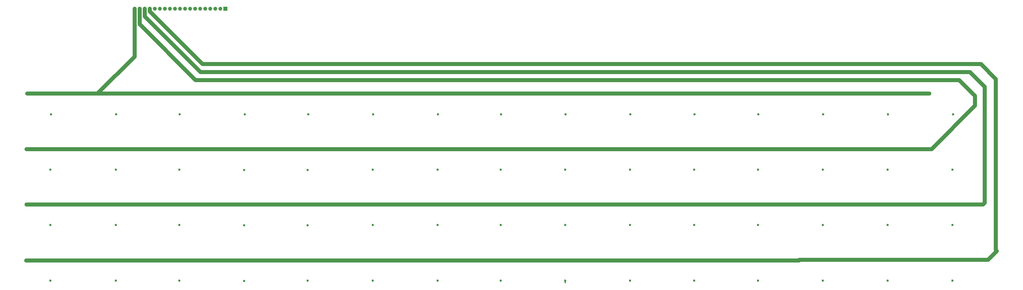
<source format=gbr>
%TF.GenerationSoftware,KiCad,Pcbnew,9.0.1*%
%TF.CreationDate,2025-06-21T12:16:08-05:00*%
%TF.ProjectId,OM-FlexGrid-Flex,4f4d2d46-6c65-4784-9772-69642d466c65,rev?*%
%TF.SameCoordinates,Original*%
%TF.FileFunction,Copper,L2,Bot*%
%TF.FilePolarity,Positive*%
%FSLAX46Y46*%
G04 Gerber Fmt 4.6, Leading zero omitted, Abs format (unit mm)*
G04 Created by KiCad (PCBNEW 9.0.1) date 2025-06-21 12:16:08*
%MOMM*%
%LPD*%
G01*
G04 APERTURE LIST*
%TA.AperFunction,ComponentPad*%
%ADD10R,1.000000X1.000000*%
%TD*%
%TA.AperFunction,ComponentPad*%
%ADD11C,1.000000*%
%TD*%
%TA.AperFunction,ViaPad*%
%ADD12C,0.600000*%
%TD*%
%TA.AperFunction,Conductor*%
%ADD13C,0.300000*%
%TD*%
%TA.AperFunction,Conductor*%
%ADD14C,1.000000*%
%TD*%
G04 APERTURE END LIST*
D10*
%TO.P,J1,1,Pin_1*%
%TO.N,COL_0*%
X87250000Y-65250000D03*
D11*
%TO.P,J1,2,Pin_2*%
%TO.N,COL_1*%
X85980000Y-65250000D03*
%TO.P,J1,3,Pin_3*%
%TO.N,COL_2*%
X84710000Y-65250000D03*
%TO.P,J1,4,Pin_4*%
%TO.N,COL_3*%
X83440000Y-65250000D03*
%TO.P,J1,5,Pin_5*%
%TO.N,COL_4*%
X82170000Y-65250000D03*
%TO.P,J1,6,Pin_6*%
%TO.N,COL_5*%
X80900000Y-65250000D03*
%TO.P,J1,7,Pin_7*%
%TO.N,COL_6*%
X79630000Y-65250000D03*
%TO.P,J1,8,Pin_8*%
%TO.N,COL_7*%
X78360000Y-65250000D03*
%TO.P,J1,9,Pin_9*%
%TO.N,COL_8*%
X77090000Y-65250000D03*
%TO.P,J1,10,Pin_10*%
%TO.N,COL_9*%
X75820000Y-65250000D03*
%TO.P,J1,11,Pin_11*%
%TO.N,COL_10*%
X74550000Y-65250000D03*
%TO.P,J1,12,Pin_12*%
%TO.N,COL_11*%
X73280000Y-65250000D03*
%TO.P,J1,13,Pin_13*%
%TO.N,COL_12*%
X72010000Y-65250000D03*
%TO.P,J1,14,Pin_14*%
%TO.N,COL_13*%
X70740000Y-65250000D03*
%TO.P,J1,15,Pin_15*%
%TO.N,COL_14*%
X69470000Y-65250000D03*
%TO.P,J1,16,Pin_16*%
%TO.N,ROW_0*%
X68200000Y-65250000D03*
%TO.P,J1,17,Pin_17*%
%TO.N,ROW_1*%
X66930000Y-65250000D03*
%TO.P,J1,18,Pin_18*%
%TO.N,ROW_2*%
X65660000Y-65250000D03*
%TO.P,J1,19,Pin_19*%
%TO.N,ROW_3*%
X64390000Y-65250000D03*
%TD*%
D12*
%TO.N,COL_3*%
X221538447Y-119890782D03*
X221538447Y-105893087D03*
X221648711Y-91895391D03*
X221538447Y-133937269D03*
%TO.N,COL_11*%
X92050000Y-119949999D03*
X92160264Y-91954608D03*
X92050000Y-133996486D03*
X92050000Y-105952304D03*
%TO.N,COL_0*%
X270550000Y-133888478D03*
X270717940Y-91895391D03*
X270607676Y-119890782D03*
X270607676Y-105893087D03*
%TO.N,COL_8*%
X140800000Y-105893087D03*
X140910264Y-91895391D03*
X140800000Y-119890782D03*
X140800000Y-133937269D03*
%TO.N,COL_14*%
X43300000Y-91895391D03*
X43189736Y-119890782D03*
X43189736Y-105893087D03*
X43189736Y-133942973D03*
%TO.N,COL_6*%
X172939736Y-105893087D03*
X172939736Y-133888478D03*
X173050000Y-91895391D03*
X172939736Y-119890782D03*
%TO.N,COL_12*%
X75689736Y-133888478D03*
X75689736Y-105893087D03*
X75800000Y-91895391D03*
X75689736Y-119890782D03*
%TO.N,COL_1*%
X254251266Y-133888478D03*
X254251266Y-119890782D03*
X254251266Y-105893087D03*
X254361530Y-91895391D03*
%TO.N,ROW_0*%
X183300000Y-128688478D03*
X199439736Y-128688478D03*
X69689736Y-128688478D03*
X86050000Y-128796486D03*
X37113811Y-128818899D03*
X166939736Y-128688478D03*
X150689736Y-128688478D03*
X102050000Y-128750000D03*
X215604129Y-128809217D03*
X264550000Y-128688478D03*
X53689736Y-128688478D03*
X134800000Y-128737269D03*
X118439736Y-128742973D03*
X231974868Y-128688478D03*
X248251266Y-128688478D03*
%TO.N,COL_9*%
X124550000Y-91895391D03*
X124439736Y-133942973D03*
X124439736Y-119890782D03*
X124439736Y-105893087D03*
%TO.N,COL_2*%
X237894856Y-133888478D03*
X238005120Y-91895391D03*
X237894856Y-119890782D03*
X237894856Y-105893087D03*
%TO.N,COL_13*%
X59689736Y-119890782D03*
X59800000Y-91895391D03*
X59689736Y-105893087D03*
X59689736Y-133888478D03*
%TO.N,COL_5*%
X189410264Y-91895391D03*
X189300000Y-119890782D03*
X189300000Y-105893087D03*
X189300000Y-133888478D03*
%TO.N,COL_10*%
X108160264Y-91956913D03*
X108050000Y-133950000D03*
X108050000Y-105954609D03*
X108050000Y-119952304D03*
%TO.N,ROW_1*%
X215538447Y-114690782D03*
X264607676Y-114690782D03*
X53689736Y-114690782D03*
X102050000Y-114752304D03*
X134800000Y-114690782D03*
X150689736Y-114690782D03*
X69689736Y-114690782D03*
X183300000Y-114690782D03*
X231894856Y-114690782D03*
X166939736Y-114690782D03*
X86050000Y-114749999D03*
X118439736Y-114690782D03*
X248251266Y-114690782D03*
X199439736Y-114690782D03*
X37189736Y-114690782D03*
%TO.N,ROW_2*%
X118439736Y-100693087D03*
X215538447Y-100693087D03*
X53689736Y-100693087D03*
X231894856Y-100693087D03*
X199439736Y-100693087D03*
X102050000Y-100754609D03*
X150689736Y-100693087D03*
X69689736Y-100693087D03*
X183300000Y-100693087D03*
X37189736Y-100693087D03*
X86050000Y-100752304D03*
X166939736Y-100693087D03*
X134800000Y-100693087D03*
X248251266Y-100693087D03*
X264607676Y-100693087D03*
%TO.N,COL_4*%
X205550000Y-91895391D03*
X205439736Y-105893087D03*
X205439736Y-119890782D03*
X205439736Y-133888478D03*
%TO.N,ROW_3*%
X232005120Y-86695391D03*
X215648711Y-86695391D03*
X118550000Y-86695391D03*
X53800000Y-86695391D03*
X248361530Y-86695391D03*
X69800000Y-86695391D03*
X86160264Y-86754608D03*
X264717940Y-86695391D03*
X150800000Y-86695391D03*
X183410264Y-86695391D03*
X134910264Y-86695391D03*
X37300000Y-86695391D03*
X167050000Y-86695391D03*
X102160264Y-86756913D03*
X199550000Y-86695391D03*
%TO.N,COL_7*%
X156689736Y-133888478D03*
X156689736Y-119890782D03*
X156800000Y-91895391D03*
X156689736Y-105893087D03*
%TD*%
D13*
%TO.N,COL_6*%
X172939736Y-134394824D02*
X172939736Y-133888478D01*
D14*
%TO.N,ROW_0*%
X248251266Y-128688478D02*
X231974868Y-128688478D01*
X81492894Y-79250000D02*
X68200000Y-65957106D01*
X68200000Y-65957106D02*
X68200000Y-65250000D01*
X231854129Y-128809217D02*
X215604129Y-128809217D01*
X281500000Y-83000000D02*
X277750000Y-79250000D01*
X279561522Y-128688478D02*
X281750000Y-126500000D01*
X277750000Y-79250000D02*
X81492894Y-79250000D01*
X281500000Y-126250000D02*
X281500000Y-83000000D01*
X264550000Y-128688478D02*
X248251266Y-128688478D01*
X231974868Y-128688478D02*
X231854129Y-128809217D01*
X37123493Y-128809217D02*
X37113811Y-128818899D01*
X281750000Y-126500000D02*
X281500000Y-126250000D01*
X264550000Y-128688478D02*
X279561522Y-128688478D01*
X215604129Y-128809217D02*
X37123493Y-128809217D01*
%TO.N,ROW_1*%
X264607676Y-114690782D02*
X37189736Y-114690782D01*
X264607676Y-114690782D02*
X278309218Y-114690782D01*
X278750000Y-85000000D02*
X275000000Y-81250000D01*
X275000000Y-81250000D02*
X81000000Y-81250000D01*
X81000000Y-81250000D02*
X66930000Y-67180000D01*
X66930000Y-67180000D02*
X66930000Y-65250000D01*
X278309218Y-114690782D02*
X278750000Y-114250000D01*
X278750000Y-114250000D02*
X278750000Y-85000000D01*
%TO.N,ROW_2*%
X265306913Y-100693087D02*
X276250000Y-89750000D01*
X276250000Y-87250000D02*
X272250000Y-83250000D01*
X276250000Y-89750000D02*
X276250000Y-87250000D01*
X79750000Y-83250000D02*
X65660000Y-69160000D01*
X264607676Y-100693087D02*
X265306913Y-100693087D01*
X65660000Y-69160000D02*
X65660000Y-65250000D01*
X272250000Y-83250000D02*
X79750000Y-83250000D01*
X264607676Y-100693087D02*
X37189736Y-100693087D01*
%TO.N,ROW_3*%
X55054609Y-86695391D02*
X64390000Y-77360000D01*
X64390000Y-77360000D02*
X64390000Y-65250000D01*
X37300000Y-86695391D02*
X55054609Y-86695391D01*
X264717940Y-86695391D02*
X37300000Y-86695391D01*
%TD*%
M02*

</source>
